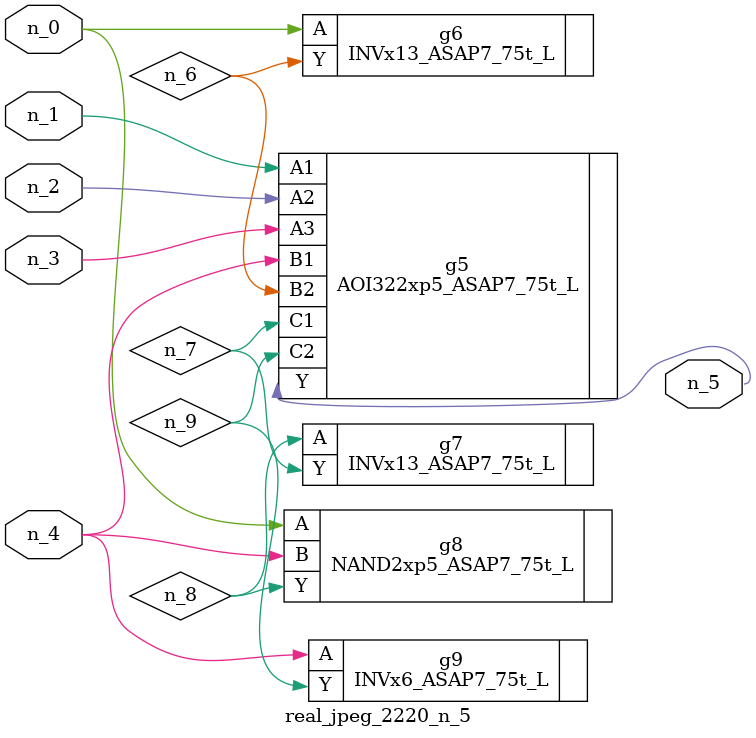
<source format=v>
module real_jpeg_2220_n_5 (n_4, n_0, n_1, n_2, n_3, n_5);

input n_4;
input n_0;
input n_1;
input n_2;
input n_3;

output n_5;

wire n_8;
wire n_6;
wire n_7;
wire n_9;

INVx13_ASAP7_75t_L g6 ( 
.A(n_0),
.Y(n_6)
);

NAND2xp5_ASAP7_75t_L g8 ( 
.A(n_0),
.B(n_4),
.Y(n_8)
);

AOI322xp5_ASAP7_75t_L g5 ( 
.A1(n_1),
.A2(n_2),
.A3(n_3),
.B1(n_4),
.B2(n_6),
.C1(n_7),
.C2(n_9),
.Y(n_5)
);

INVx6_ASAP7_75t_L g9 ( 
.A(n_4),
.Y(n_9)
);

INVx13_ASAP7_75t_L g7 ( 
.A(n_8),
.Y(n_7)
);


endmodule
</source>
